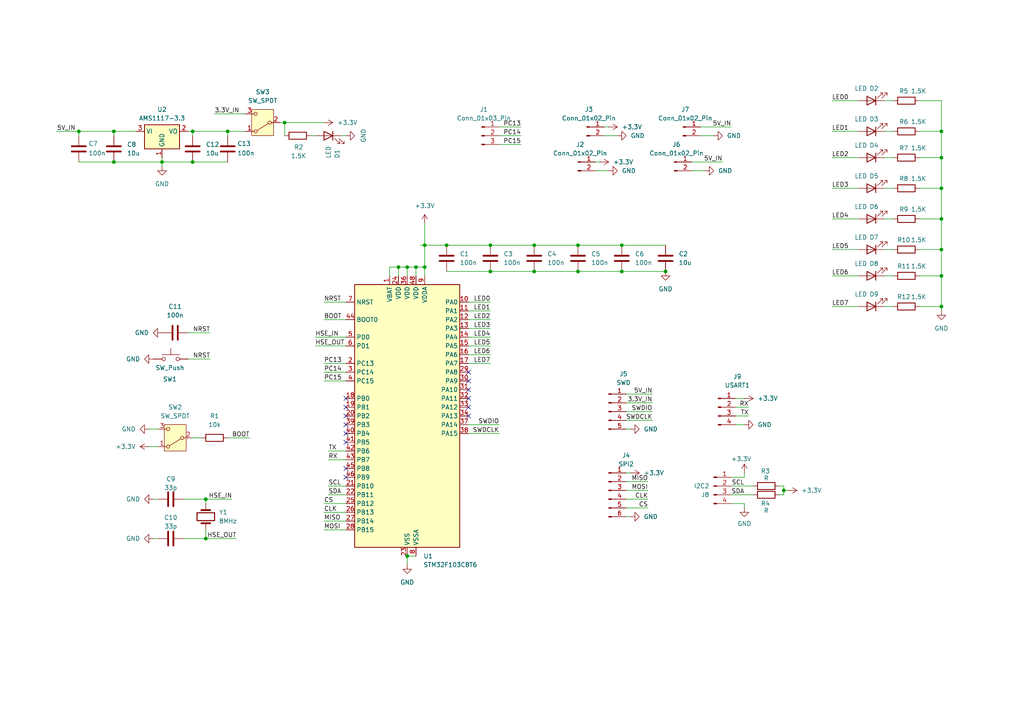
<source format=kicad_sch>
(kicad_sch (version 20250114) (generator "eeschema") (generator_version "9.0")
  (paper "A4")
  (title_block (title "My Board") (date "2026-02-11") (rev "0.1"))
  (lib_symbols
    (symbol "Connector:Conn_01x02_Pin" (pin_names (offset 1.016) (hide yes))
      (property "Reference" "J" (at 0 2.54 0))
      (property "Value" "Conn_01x02_Pin" (at 0 -5.08 0))
      (symbol "Conn_01x02_Pin_1_1"
        (rectangle (start 0.8636 0.127) (end 0 -0.127) (stroke (width 0.1524)) (fill (type outline)))
        (rectangle (start 0.8636 -2.413) (end 0 -2.667) (stroke (width 0.1524)) (fill (type outline)))
        (polyline (pts (xy 1.27 0) (xy 0.8636 0)) (stroke (width 0.1524)))
        (polyline (pts (xy 1.27 -2.54) (xy 0.8636 -2.54)) (stroke (width 0.1524)))
        (pin passive line (at 5.08 0 180) (length 3.81) (name "Pin_1") (number "1"))
        (pin passive line (at 5.08 -2.54 180) (length 3.81) (name "Pin_2") (number "2"))
      )
    )
    (symbol "Connector:Conn_01x03_Pin" (pin_names (offset 1.016) (hide yes))
      (property "Reference" "J" (at 0 5.08 0))
      (property "Value" "Conn_01x03_Pin" (at 0 -5.08 0))
      (symbol "Conn_01x03_Pin_1_1"
        (rectangle (start 0.8636 2.667) (end 0 2.413) (stroke (width 0.1524)) (fill (type outline)))
        (rectangle (start 0.8636 0.127) (end 0 -0.127) (stroke (width 0.1524)) (fill (type outline)))
        (rectangle (start 0.8636 -2.413) (end 0 -2.667) (stroke (width 0.1524)) (fill (type outline)))
        (polyline (pts (xy 1.27 2.54) (xy 0.8636 2.54)) (stroke (width 0.1524)))
        (polyline (pts (xy 1.27 0) (xy 0.8636 0)) (stroke (width 0.1524)))
        (polyline (pts (xy 1.27 -2.54) (xy 0.8636 -2.54)) (stroke (width 0.1524)))
        (pin passive line (at 5.08 2.54 180) (length 3.81) (name "Pin_1") (number "1"))
        (pin passive line (at 5.08 0 180) (length 3.81) (name "Pin_2") (number "2"))
        (pin passive line (at 5.08 -2.54 180) (length 3.81) (name "Pin_3") (number "3"))
      )
    )
    (symbol "Connector:Conn_01x04_Pin" (pin_names (offset 1.016) (hide yes))
      (property "Reference" "J" (at 0 5.08 0))
      (property "Value" "Conn_01x04_Pin" (at 0 -7.62 0))
      (symbol "Conn_01x04_Pin_1_1"
        (rectangle (start 0.8636 2.667) (end 0 2.413) (stroke (width 0.1524)) (fill (type outline)))
        (rectangle (start 0.8636 0.127) (end 0 -0.127) (stroke (width 0.1524)) (fill (type outline)))
        (rectangle (start 0.8636 -2.413) (end 0 -2.667) (stroke (width 0.1524)) (fill (type outline)))
        (rectangle (start 0.8636 -4.953) (end 0 -5.207) (stroke (width 0.1524)) (fill (type outline)))
        (polyline (pts (xy 1.27 2.54) (xy 0.8636 2.54)) (stroke (width 0.1524)))
        (polyline (pts (xy 1.27 0) (xy 0.8636 0)) (stroke (width 0.1524)))
        (polyline (pts (xy 1.27 -2.54) (xy 0.8636 -2.54)) (stroke (width 0.1524)))
        (polyline (pts (xy 1.27 -5.08) (xy 0.8636 -5.08)) (stroke (width 0.1524)))
        (pin passive line (at 5.08 2.54 180) (length 3.81) (name "Pin_1") (number "1"))
        (pin passive line (at 5.08 0 180) (length 3.81) (name "Pin_2") (number "2"))
        (pin passive line (at 5.08 -2.54 180) (length 3.81) (name "Pin_3") (number "3"))
        (pin passive line (at 5.08 -5.08 180) (length 3.81) (name "Pin_4") (number "4"))
      )
    )
    (symbol "Connector:Conn_01x05_Pin" (pin_names (offset 1.016) (hide yes))
      (property "Reference" "J" (at 0 7.62 0))
      (property "Value" "Conn_01x05_Pin" (at 0 -7.62 0))
      (symbol "Conn_01x05_Pin_1_1"
        (rectangle (start 0.8636 5.207) (end 0 4.953) (stroke (width 0.1524)) (fill (type outline)))
        (rectangle (start 0.8636 2.667) (end 0 2.413) (stroke (width 0.1524)) (fill (type outline)))
        (rectangle (start 0.8636 0.127) (end 0 -0.127) (stroke (width 0.1524)) (fill (type outline)))
        (rectangle (start 0.8636 -2.413) (end 0 -2.667) (stroke (width 0.1524)) (fill (type outline)))
        (rectangle (start 0.8636 -4.953) (end 0 -5.207) (stroke (width 0.1524)) (fill (type outline)))
        (polyline (pts (xy 1.27 5.08) (xy 0.8636 5.08)) (stroke (width 0.1524)))
        (polyline (pts (xy 1.27 2.54) (xy 0.8636 2.54)) (stroke (width 0.1524)))
        (polyline (pts (xy 1.27 0) (xy 0.8636 0)) (stroke (width 0.1524)))
        (polyline (pts (xy 1.27 -2.54) (xy 0.8636 -2.54)) (stroke (width 0.1524)))
        (polyline (pts (xy 1.27 -5.08) (xy 0.8636 -5.08)) (stroke (width 0.1524)))
        (pin passive line (at 5.08 5.08 180) (length 3.81) (name "Pin_1") (number "1"))
        (pin passive line (at 5.08 2.54 180) (length 3.81) (name "Pin_2") (number "2"))
        (pin passive line (at 5.08 0 180) (length 3.81) (name "Pin_3") (number "3"))
        (pin passive line (at 5.08 -2.54 180) (length 3.81) (name "Pin_4") (number "4"))
        (pin passive line (at 5.08 -5.08 180) (length 3.81) (name "Pin_5") (number "5"))
      )
    )
    (symbol "Connector:Conn_01x06_Pin" (pin_names (offset 1.016) (hide yes))
      (property "Reference" "J" (at 0 7.62 0))
      (property "Value" "Conn_01x06_Pin" (at 0 -10.16 0))
      (symbol "Conn_01x06_Pin_1_1"
        (rectangle (start 0.8636 5.207) (end 0 4.953) (stroke (width 0.1524)) (fill (type outline)))
        (rectangle (start 0.8636 2.667) (end 0 2.413) (stroke (width 0.1524)) (fill (type outline)))
        (rectangle (start 0.8636 0.127) (end 0 -0.127) (stroke (width 0.1524)) (fill (type outline)))
        (rectangle (start 0.8636 -2.413) (end 0 -2.667) (stroke (width 0.1524)) (fill (type outline)))
        (rectangle (start 0.8636 -4.953) (end 0 -5.207) (stroke (width 0.1524)) (fill (type outline)))
        (rectangle (start 0.8636 -7.493) (end 0 -7.747) (stroke (width 0.1524)) (fill (type outline)))
        (polyline (pts (xy 1.27 5.08) (xy 0.8636 5.08)) (stroke (width 0.1524)))
        (polyline (pts (xy 1.27 2.54) (xy 0.8636 2.54)) (stroke (width 0.1524)))
        (polyline (pts (xy 1.27 0) (xy 0.8636 0)) (stroke (width 0.1524)))
        (polyline (pts (xy 1.27 -2.54) (xy 0.8636 -2.54)) (stroke (width 0.1524)))
        (polyline (pts (xy 1.27 -5.08) (xy 0.8636 -5.08)) (stroke (width 0.1524)))
        (polyline (pts (xy 1.27 -7.62) (xy 0.8636 -7.62)) (stroke (width 0.1524)))
        (pin passive line (at 5.08 5.08 180) (length 3.81) (name "Pin_1") (number "1"))
        (pin passive line (at 5.08 2.54 180) (length 3.81) (name "Pin_2") (number "2"))
        (pin passive line (at 5.08 0 180) (length 3.81) (name "Pin_3") (number "3"))
        (pin passive line (at 5.08 -2.54 180) (length 3.81) (name "Pin_4") (number "4"))
        (pin passive line (at 5.08 -5.08 180) (length 3.81) (name "Pin_5") (number "5"))
        (pin passive line (at 5.08 -7.62 180) (length 3.81) (name "Pin_6") (number "6"))
      )
    )
    (symbol "Device:C" (pin_numbers (hide yes)) (pin_names (offset 0.254))
      (property "Reference" "C" (at 0.635 2.54 0))
      (property "Value" "C" (at 0.635 -2.54 0))
      (symbol "C_0_1"
        (polyline (pts (xy -2.032 0.762) (xy 2.032 0.762)) (stroke (width 0.508)))
        (polyline (pts (xy -2.032 -0.762) (xy 2.032 -0.762)) (stroke (width 0.508)))
      )
      (symbol "C_1_1"
        (pin passive line (at 0 3.81 270) (length 2.794) (name "~") (number "1"))
        (pin passive line (at 0 -3.81 90) (length 2.794) (name "~") (number "2"))
      )
    )
    (symbol "Device:Crystal" (pin_numbers (hide yes)) (pin_names (offset 1.016) (hide yes))
      (property "Reference" "Y" (at 0 3.81 0))
      (property "Value" "Crystal" (at 0 -3.81 0))
      (symbol "Crystal_0_1"
        (polyline (pts (xy -2.54 0) (xy -1.905 0)))
        (polyline (pts (xy -1.905 -1.27) (xy -1.905 1.27)) (stroke (width 0.508)))
        (rectangle (start -1.143 2.54) (end 1.143 -2.54) (stroke (width 0.3048)))
        (polyline (pts (xy 1.905 -1.27) (xy 1.905 1.27)) (stroke (width 0.508)))
        (polyline (pts (xy 2.54 0) (xy 1.905 0)))
      )
      (symbol "Crystal_1_1"
        (pin passive line (at -3.81 0 0) (length 1.27) (name "1") (number "1"))
        (pin passive line (at 3.81 0 180) (length 1.27) (name "2") (number "2"))
      )
    )
    (symbol "Device:LED" (pin_numbers (hide yes)) (pin_names (offset 1.016) (hide yes))
      (property "Reference" "D" (at 0 2.54 0))
      (property "Value" "LED" (at 0 -2.54 0))
      (symbol "LED_0_1"
        (polyline (pts (xy -3.048 -0.762) (xy -4.572 -2.286) (xy -3.81 -2.286) (xy -4.572 -2.286) (xy -4.572 -1.524)))
        (polyline (pts (xy -1.778 -0.762) (xy -3.302 -2.286) (xy -2.54 -2.286) (xy -3.302 -2.286) (xy -3.302 -1.524)))
        (polyline (pts (xy -1.27 0) (xy 1.27 0)))
        (polyline (pts (xy -1.27 -1.27) (xy -1.27 1.27)) (stroke (width 0.254)))
        (polyline (pts (xy 1.27 -1.27) (xy 1.27 1.27) (xy -1.27 0) (xy 1.27 -1.27)) (stroke (width 0.254)))
      )
      (symbol "LED_1_1"
        (pin passive line (at -3.81 0 0) (length 2.54) (name "K") (number "1"))
        (pin passive line (at 3.81 0 180) (length 2.54) (name "A") (number "2"))
      )
    )
    (symbol "Device:R" (pin_numbers (hide yes)) (pin_names (offset 0))
      (property "Reference" "R" (at 2.032 0 90))
      (property "Value" "R" (at 0 0 90))
      (symbol "R_0_1"
        (rectangle (start -1.016 -2.54) (end 1.016 2.54) (stroke (width 0.254)))
      )
      (symbol "R_1_1"
        (pin passive line (at 0 3.81 270) (length 1.27) (name "~") (number "1"))
        (pin passive line (at 0 -3.81 90) (length 1.27) (name "~") (number "2"))
      )
    )
    (symbol "MCU_ST_STM32F1:STM32F103C8Tx"
      (property "Reference" "U" (at -15.24 39.37 0))
      (property "Value" "STM32F103C8Tx" (at 7.62 39.37 0))
      (symbol "STM32F103C8Tx_0_1"
        (rectangle (start -15.24 -38.1) (end 15.24 38.1) (stroke (width 0.254)) (fill (type background)))
      )
      (symbol "STM32F103C8Tx_1_1"
        (pin input line (at -17.78 33.02 0) (length 2.54) (name "NRST") (number "7"))
        (pin input line (at -17.78 27.94 0) (length 2.54) (name "BOOT0") (number "44"))
        (pin bidirectional line (at -17.78 22.86 0) (length 2.54) (name "PD0") (number "5"))
        (pin bidirectional line (at -17.78 20.32 0) (length 2.54) (name "PD1") (number "6"))
        (pin bidirectional line (at -17.78 15.24 0) (length 2.54) (name "PC13") (number "2"))
        (pin bidirectional line (at -17.78 12.7 0) (length 2.54) (name "PC14") (number "3"))
        (pin bidirectional line (at -17.78 10.16 0) (length 2.54) (name "PC15") (number "4"))
        (pin bidirectional line (at -17.78 5.08 0) (length 2.54) (name "PB0") (number "18"))
        (pin bidirectional line (at -17.78 2.54 0) (length 2.54) (name "PB1") (number "19"))
        (pin bidirectional line (at -17.78 0 0) (length 2.54) (name "PB2") (number "20"))
        (pin bidirectional line (at -17.78 -2.54 0) (length 2.54) (name "PB3") (number "39"))
        (pin bidirectional line (at -17.78 -5.08 0) (length 2.54) (name "PB4") (number "40"))
        (pin bidirectional line (at -17.78 -7.62 0) (length 2.54) (name "PB5") (number "41"))
        (pin bidirectional line (at -17.78 -10.16 0) (length 2.54) (name "PB6") (number "42"))
        (pin bidirectional line (at -17.78 -12.7 0) (length 2.54) (name "PB7") (number "43"))
        (pin bidirectional line (at -17.78 -15.24 0) (length 2.54) (name "PB8") (number "45"))
        (pin bidirectional line (at -17.78 -17.78 0) (length 2.54) (name "PB9") (number "46"))
        (pin bidirectional line (at -17.78 -20.32 0) (length 2.54) (name "PB10") (number "21"))
        (pin bidirectional line (at -17.78 -22.86 0) (length 2.54) (name "PB11") (number "22"))
        (pin bidirectional line (at -17.78 -25.4 0) (length 2.54) (name "PB12") (number "25"))
        (pin bidirectional line (at -17.78 -27.94 0) (length 2.54) (name "PB13") (number "26"))
        (pin bidirectional line (at -17.78 -30.48 0) (length 2.54) (name "PB14") (number "27"))
        (pin bidirectional line (at -17.78 -33.02 0) (length 2.54) (name "PB15") (number "28"))
        (pin power_in line (at -5.08 40.64 270) (length 2.54) (name "VBAT") (number "1"))
        (pin power_in line (at -2.54 40.64 270) (length 2.54) (name "VDD") (number "24"))
        (pin power_in line (at 0 40.64 270) (length 2.54) (name "VDD") (number "36"))
        (pin power_in line (at 0 -40.64 90) (length 2.54) (name "VSS") (number "23"))
        (pin passive line (at 0 -40.64 90) (length 2.54) (hide yes) (name "VSS") (number "35"))
        (pin passive line (at 0 -40.64 90) (length 2.54) (hide yes) (name "VSS") (number "47"))
        (pin power_in line (at 2.54 40.64 270) (length 2.54) (name "VDD") (number "48"))
        (pin power_in line (at 2.54 -40.64 90) (length 2.54) (name "VSSA") (number "8"))
        (pin power_in line (at 5.08 40.64 270) (length 2.54) (name "VDDA") (number "9"))
        (pin bidirectional line (at 17.78 33.02 180) (length 2.54) (name "PA0") (number "10"))
        (pin bidirectional line (at 17.78 30.48 180) (length 2.54) (name "PA1") (number "11"))
        (pin bidirectional line (at 17.78 27.94 180) (length 2.54) (name "PA2") (number "12"))
        (pin bidirectional line (at 17.78 25.4 180) (length 2.54) (name "PA3") (number "13"))
        (pin bidirectional line (at 17.78 22.86 180) (length 2.54) (name "PA4") (number "14"))
        (pin bidirectional line (at 17.78 20.32 180) (length 2.54) (name "PA5") (number "15"))
        (pin bidirectional line (at 17.78 17.78 180) (length 2.54) (name "PA6") (number "16"))
        (pin bidirectional line (at 17.78 15.24 180) (length 2.54) (name "PA7") (number "17"))
        (pin bidirectional line (at 17.78 12.7 180) (length 2.54) (name "PA8") (number "29"))
        (pin bidirectional line (at 17.78 10.16 180) (length 2.54) (name "PA9") (number "30"))
        (pin bidirectional line (at 17.78 7.62 180) (length 2.54) (name "PA10") (number "31"))
        (pin bidirectional line (at 17.78 5.08 180) (length 2.54) (name "PA11") (number "32"))
        (pin bidirectional line (at 17.78 2.54 180) (length 2.54) (name "PA12") (number "33"))
        (pin bidirectional line (at 17.78 0 180) (length 2.54) (name "PA13") (number "34"))
        (pin bidirectional line (at 17.78 -2.54 180) (length 2.54) (name "PA14") (number "37"))
        (pin bidirectional line (at 17.78 -5.08 180) (length 2.54) (name "PA15") (number "38"))
      )
    )
    (symbol "Regulator_Linear:AMS1117-3.3"
      (property "Reference" "U" (at -3.81 3.175 0))
      (property "Value" "AMS1117-3.3" (at 0 3.175 0))
      (symbol "AMS1117-3.3_0_1"
        (rectangle (start -5.08 -5.08) (end 5.08 1.905) (stroke (width 0.254)) (fill (type background)))
      )
      (symbol "AMS1117-3.3_1_1"
        (pin power_in line (at -7.62 0 0) (length 2.54) (name "VI") (number "3"))
        (pin power_in line (at 0 -7.62 90) (length 2.54) (name "GND") (number "1"))
        (pin power_out line (at 7.62 0 180) (length 2.54) (name "VO") (number "2"))
      )
    )
    (symbol "Switch:SW_Push" (pin_numbers (hide yes)) (pin_names (offset 1.016) (hide yes))
      (property "Reference" "SW" (at 1.27 2.54 0))
      (property "Value" "SW_Push" (at 0 -1.524 0))
      (symbol "SW_Push_0_1"
        (circle (center -2.032 0) (radius 0.508))
        (polyline (pts (xy 0 1.27) (xy 0 3.048)))
        (circle (center 2.032 0) (radius 0.508))
        (polyline (pts (xy 2.54 1.27) (xy -2.54 1.27)))
        (pin passive line (at -5.08 0 0) (length 2.54) (name "1") (number "1"))
        (pin passive line (at 5.08 0 180) (length 2.54) (name "2") (number "2"))
      )
    )
    (symbol "Switch:SW_SPDT" (pin_names (offset 0) (hide yes))
      (property "Reference" "SW" (at 0 5.08 0))
      (property "Value" "SW_SPDT" (at 0 -5.08 0))
      (symbol "SW_SPDT_0_1"
        (circle (center -2.032 0) (radius 0.4572))
        (polyline (pts (xy -1.651 0.254) (xy 1.651 2.286)))
        (circle (center 2.032 2.54) (radius 0.4572))
        (circle (center 2.032 -2.54) (radius 0.4572))
      )
      (symbol "SW_SPDT_1_1"
        (rectangle (start -3.175 3.81) (end 3.175 -3.81) (fill (type background)))
        (pin passive line (at -5.08 0 0) (length 2.54) (name "B") (number "2"))
        (pin passive line (at 5.08 2.54 180) (length 2.54) (name "A") (number "1"))
        (pin passive line (at 5.08 -2.54 180) (length 2.54) (name "C") (number "3"))
      )
    )
    (symbol "power:+3.3V" (power) (pin_numbers (hide yes)) (pin_names (offset 0) (hide yes))
      (property "Value" "+3.3V" (at 0 3.556 0))
      (symbol "+3.3V_0_1"
        (polyline (pts (xy -0.762 1.27) (xy 0 2.54)))
        (polyline (pts (xy 0 2.54) (xy 0.762 1.27)))
        (polyline (pts (xy 0 0) (xy 0 2.54)))
      )
      (symbol "+3.3V_1_1"
        (pin power_in line (at 0 0 90) (length 0) (name "~") (number "1"))
      )
    )
    (symbol "power:GND" (power) (pin_numbers (hide yes)) (pin_names (offset 0) (hide yes))
      (property "Value" "GND" (at 0 -3.81 0))
      (symbol "GND_0_1"
        (polyline (pts (xy 0 0) (xy 0 -1.27) (xy 1.27 -1.27) (xy 0 -2.54) (xy -1.27 -1.27) (xy 0 -1.27)))
      )
      (symbol "GND_1_1"
        (pin power_in line (at 0 0 270) (length 0) (name "~") (number "1"))
      )
    )
  )
  (junction (at 193.04 78.74))
  (junction (at 273.05 88.9))
  (junction (at 82.55 35.56))
  (junction (at 59.69 144.78))
  (junction (at 154.94 71.12))
  (junction (at 33.02 38.1))
  (junction (at 46.99 46.99))
  (junction (at 120.65 77.47))
  (junction (at 273.05 80.01))
  (junction (at 180.34 78.74))
  (junction (at 180.34 71.12))
  (junction (at 55.88 38.1))
  (junction (at 273.05 45.72))
  (junction (at 118.11 77.47))
  (junction (at 273.05 63.5))
  (junction (at 66.04 38.1))
  (junction (at 142.24 78.74))
  (junction (at 123.19 71.12))
  (junction (at 273.05 38.1))
  (junction (at 167.64 78.74))
  (junction (at 59.69 156.21))
  (junction (at 167.64 71.12))
  (junction (at 227.33 142.24))
  (junction (at 33.02 46.99))
  (junction (at 22.86 38.1))
  (junction (at 129.54 71.12))
  (junction (at 273.05 54.61))
  (junction (at 118.11 161.29))
  (junction (at 123.19 77.47))
  (junction (at 142.24 71.12))
  (junction (at 154.94 78.74))
  (junction (at 273.05 72.39))
  (junction (at 55.88 46.99))
  (junction (at 115.57 77.47))
  (no_connect (at 100.33 125.73))
  (no_connect (at 100.33 115.57))
  (no_connect (at 135.89 107.95))
  (no_connect (at 100.33 128.27))
  (no_connect (at 100.33 123.19))
  (no_connect (at 135.89 115.57))
  (no_connect (at 100.33 120.65))
  (no_connect (at 100.33 118.11))
  (no_connect (at 100.33 135.89))
  (no_connect (at 135.89 113.03))
  (no_connect (at 135.89 118.11))
  (no_connect (at 100.33 138.43))
  (no_connect (at 135.89 120.65))
  (no_connect (at 135.89 110.49))
  (wire (pts (xy 62.23 33.02) (xy 71.12 33.02)))
  (wire (pts (xy 115.57 77.47) (xy 115.57 80.01)))
  (wire (pts (xy 256.54 63.5) (xy 259.08 63.5)))
  (wire (pts (xy 33.02 46.99) (xy 46.99 46.99)))
  (wire (pts (xy 181.61 139.7) (xy 187.96 139.7)))
  (wire (pts (xy 181.61 149.86) (xy 182.88 149.86)))
  (wire (pts (xy 135.89 102.87) (xy 142.24 102.87)))
  (wire (pts (xy 22.86 46.99) (xy 33.02 46.99)))
  (wire (pts (xy 227.33 142.24) (xy 227.33 143.51)))
  (wire (pts (xy 241.3 80.01) (xy 248.92 80.01)))
  (wire (pts (xy 66.04 38.1) (xy 66.04 39.37)))
  (wire (pts (xy 39.37 38.1) (xy 33.02 38.1)))
  (wire (pts (xy 44.45 144.78) (xy 45.72 144.78)))
  (wire (pts (xy 217.17 120.65) (xy 213.36 120.65)))
  (wire (pts (xy 100.33 39.37) (xy 99.06 39.37)))
  (wire (pts (xy 215.9 123.19) (xy 213.36 123.19)))
  (wire (pts (xy 167.64 78.74) (xy 180.34 78.74)))
  (wire (pts (xy 46.99 46.99) (xy 46.99 48.26)))
  (wire (pts (xy 44.45 156.21) (xy 45.72 156.21)))
  (wire (pts (xy 93.98 151.13) (xy 100.33 151.13)))
  (wire (pts (xy 53.34 144.78) (xy 59.69 144.78)))
  (wire (pts (xy 82.55 35.56) (xy 82.55 39.37)))
  (wire (pts (xy 93.98 105.41) (xy 100.33 105.41)))
  (wire (pts (xy 123.19 71.12) (xy 123.19 77.47)))
  (wire (pts (xy 123.19 77.47) (xy 120.65 77.47)))
  (wire (pts (xy 95.25 140.97) (xy 100.33 140.97)))
  (wire (pts (xy 54.61 104.14) (xy 60.96 104.14)))
  (wire (pts (xy 181.61 121.92) (xy 189.23 121.92)))
  (wire (pts (xy 218.44 140.97) (xy 212.09 140.97)))
  (wire (pts (xy 91.44 100.33) (xy 100.33 100.33)))
  (wire (pts (xy 22.86 38.1) (xy 33.02 38.1)))
  (wire (pts (xy 172.72 49.53) (xy 176.53 49.53)))
  (wire (pts (xy 118.11 77.47) (xy 115.57 77.47)))
  (wire (pts (xy 266.7 29.21) (xy 273.05 29.21)))
  (wire (pts (xy 215.9 146.05) (xy 212.09 146.05)))
  (wire (pts (xy 55.88 39.37) (xy 55.88 38.1)))
  (wire (pts (xy 181.61 116.84) (xy 189.23 116.84)))
  (wire (pts (xy 218.44 143.51) (xy 212.09 143.51)))
  (wire (pts (xy 226.06 140.97) (xy 227.33 140.97)))
  (wire (pts (xy 175.26 39.37) (xy 179.07 39.37)))
  (wire (pts (xy 273.05 72.39) (xy 273.05 80.01)))
  (wire (pts (xy 135.89 100.33) (xy 142.24 100.33)))
  (wire (pts (xy 266.7 38.1) (xy 273.05 38.1)))
  (wire (pts (xy 16.51 38.1) (xy 22.86 38.1)))
  (wire (pts (xy 115.57 77.47) (xy 113.03 77.47)))
  (wire (pts (xy 273.05 29.21) (xy 273.05 38.1)))
  (wire (pts (xy 203.2 39.37) (xy 207.01 39.37)))
  (wire (pts (xy 59.69 144.78) (xy 59.69 146.05)))
  (wire (pts (xy 93.98 146.05) (xy 100.33 146.05)))
  (wire (pts (xy 93.98 153.67) (xy 100.33 153.67)))
  (wire (pts (xy 66.04 38.1) (xy 71.12 38.1)))
  (wire (pts (xy 180.34 71.12) (xy 193.04 71.12)))
  (wire (pts (xy 43.18 129.54) (xy 45.72 129.54)))
  (wire (pts (xy 256.54 54.61) (xy 259.08 54.61)))
  (wire (pts (xy 93.98 87.63) (xy 100.33 87.63)))
  (wire (pts (xy 181.61 119.38) (xy 189.23 119.38)))
  (wire (pts (xy 227.33 143.51) (xy 226.06 143.51)))
  (wire (pts (xy 256.54 45.72) (xy 259.08 45.72)))
  (wire (pts (xy 273.05 45.72) (xy 273.05 54.61)))
  (wire (pts (xy 273.05 38.1) (xy 273.05 45.72)))
  (wire (pts (xy 172.72 46.99) (xy 173.99 46.99)))
  (wire (pts (xy 256.54 72.39) (xy 259.08 72.39)))
  (wire (pts (xy 93.98 148.59) (xy 100.33 148.59)))
  (wire (pts (xy 59.69 156.21) (xy 59.69 153.67)))
  (wire (pts (xy 273.05 63.5) (xy 273.05 72.39)))
  (wire (pts (xy 167.64 71.12) (xy 180.34 71.12)))
  (wire (pts (xy 91.44 39.37) (xy 90.17 39.37)))
  (wire (pts (xy 91.44 97.79) (xy 100.33 97.79)))
  (wire (pts (xy 181.61 144.78) (xy 187.96 144.78)))
  (wire (pts (xy 181.61 137.16) (xy 182.88 137.16)))
  (wire (pts (xy 273.05 80.01) (xy 273.05 88.9)))
  (wire (pts (xy 95.25 130.81) (xy 100.33 130.81)))
  (wire (pts (xy 118.11 163.83) (xy 118.11 161.29)))
  (wire (pts (xy 273.05 88.9) (xy 273.05 90.17)))
  (wire (pts (xy 215.9 137.16) (xy 215.9 138.43)))
  (wire (pts (xy 135.89 97.79) (xy 142.24 97.79)))
  (wire (pts (xy 33.02 38.1) (xy 33.02 39.37)))
  (wire (pts (xy 93.98 107.95) (xy 100.33 107.95)))
  (wire (pts (xy 215.9 115.57) (xy 213.36 115.57)))
  (wire (pts (xy 66.04 127) (xy 72.39 127)))
  (wire (pts (xy 181.61 147.32) (xy 187.96 147.32)))
  (wire (pts (xy 118.11 161.29) (xy 120.65 161.29)))
  (wire (pts (xy 144.78 41.91) (xy 151.13 41.91)))
  (wire (pts (xy 135.89 95.25) (xy 142.24 95.25)))
  (wire (pts (xy 95.25 133.35) (xy 100.33 133.35)))
  (wire (pts (xy 256.54 29.21) (xy 259.08 29.21)))
  (wire (pts (xy 43.18 124.46) (xy 45.72 124.46)))
  (wire (pts (xy 22.86 39.37) (xy 22.86 38.1)))
  (wire (pts (xy 181.61 142.24) (xy 187.96 142.24)))
  (wire (pts (xy 200.66 49.53) (xy 204.47 49.53)))
  (wire (pts (xy 241.3 54.61) (xy 248.92 54.61)))
  (wire (pts (xy 227.33 140.97) (xy 227.33 142.24)))
  (wire (pts (xy 113.03 77.47) (xy 113.03 80.01)))
  (wire (pts (xy 123.19 64.77) (xy 123.19 71.12)))
  (wire (pts (xy 55.88 38.1) (xy 66.04 38.1)))
  (wire (pts (xy 55.88 38.1) (xy 54.61 38.1)))
  (wire (pts (xy 118.11 77.47) (xy 118.11 80.01)))
  (wire (pts (xy 59.69 144.78) (xy 67.31 144.78)))
  (wire (pts (xy 46.99 45.72) (xy 46.99 46.99)))
  (wire (pts (xy 121.92 71.12) (xy 123.19 71.12)))
  (wire (pts (xy 241.3 72.39) (xy 248.92 72.39)))
  (wire (pts (xy 142.24 78.74) (xy 154.94 78.74)))
  (wire (pts (xy 123.19 77.47) (xy 123.19 80.01)))
  (wire (pts (xy 181.61 124.46) (xy 182.88 124.46)))
  (wire (pts (xy 181.61 114.3) (xy 189.23 114.3)))
  (wire (pts (xy 241.3 29.21) (xy 248.92 29.21)))
  (wire (pts (xy 241.3 88.9) (xy 248.92 88.9)))
  (wire (pts (xy 93.98 110.49) (xy 100.33 110.49)))
  (wire (pts (xy 215.9 138.43) (xy 212.09 138.43)))
  (wire (pts (xy 120.65 77.47) (xy 118.11 77.47)))
  (wire (pts (xy 144.78 36.83) (xy 151.13 36.83)))
  (wire (pts (xy 266.7 45.72) (xy 273.05 45.72)))
  (wire (pts (xy 256.54 88.9) (xy 259.08 88.9)))
  (wire (pts (xy 135.89 92.71) (xy 142.24 92.71)))
  (wire (pts (xy 228.6 142.24) (xy 227.33 142.24)))
  (wire (pts (xy 123.19 71.12) (xy 129.54 71.12)))
  (wire (pts (xy 135.89 125.73) (xy 144.78 125.73)))
  (wire (pts (xy 266.7 63.5) (xy 273.05 63.5)))
  (wire (pts (xy 215.9 146.05) (xy 215.9 147.32)))
  (wire (pts (xy 55.88 46.99) (xy 66.04 46.99)))
  (wire (pts (xy 154.94 78.74) (xy 167.64 78.74)))
  (wire (pts (xy 129.54 71.12) (xy 142.24 71.12)))
  (wire (pts (xy 241.3 45.72) (xy 248.92 45.72)))
  (wire (pts (xy 82.55 35.56) (xy 93.98 35.56)))
  (wire (pts (xy 142.24 71.12) (xy 154.94 71.12)))
  (wire (pts (xy 54.61 96.52) (xy 60.96 96.52)))
  (wire (pts (xy 129.54 78.74) (xy 142.24 78.74)))
  (wire (pts (xy 256.54 80.01) (xy 259.08 80.01)))
  (wire (pts (xy 266.7 88.9) (xy 273.05 88.9)))
  (wire (pts (xy 217.17 118.11) (xy 213.36 118.11)))
  (wire (pts (xy 241.3 63.5) (xy 248.92 63.5)))
  (wire (pts (xy 135.89 123.19) (xy 144.78 123.19)))
  (wire (pts (xy 154.94 71.12) (xy 167.64 71.12)))
  (wire (pts (xy 241.3 38.1) (xy 248.92 38.1)))
  (wire (pts (xy 203.2 36.83) (xy 212.09 36.83)))
  (wire (pts (xy 266.7 72.39) (xy 273.05 72.39)))
  (wire (pts (xy 135.89 105.41) (xy 142.24 105.41)))
  (wire (pts (xy 81.28 35.56) (xy 82.55 35.56)))
  (wire (pts (xy 120.65 77.47) (xy 120.65 80.01)))
  (wire (pts (xy 273.05 54.61) (xy 273.05 63.5)))
  (wire (pts (xy 59.69 156.21) (xy 68.58 156.21)))
  (wire (pts (xy 53.34 156.21) (xy 59.69 156.21)))
  (wire (pts (xy 46.99 46.99) (xy 55.88 46.99)))
  (wire (pts (xy 135.89 87.63) (xy 142.24 87.63)))
  (wire (pts (xy 200.66 46.99) (xy 209.55 46.99)))
  (wire (pts (xy 144.78 39.37) (xy 151.13 39.37)))
  (wire (pts (xy 180.34 78.74) (xy 193.04 78.74)))
  (wire (pts (xy 95.25 143.51) (xy 100.33 143.51)))
  (wire (pts (xy 93.98 92.71) (xy 100.33 92.71)))
  (wire (pts (xy 135.89 90.17) (xy 142.24 90.17)))
  (wire (pts (xy 266.7 80.01) (xy 273.05 80.01)))
  (wire (pts (xy 256.54 38.1) (xy 259.08 38.1)))
  (wire (pts (xy 266.7 54.61) (xy 273.05 54.61)))
  (wire (pts (xy 175.26 36.83) (xy 176.53 36.83)))
  (wire (pts (xy 55.88 127) (xy 58.42 127)))
  (label "LED7" (at 241.3 88.9 0))
  (label "CS" (at 187.96 147.32 180))
  (label "NRST" (at 60.96 96.52 180))
  (label "LED7" (at 142.24 105.41 180))
  (label "NRST" (at 60.96 104.14 180))
  (label "TX" (at 95.25 130.81 0))
  (label "CLK" (at 93.98 148.59 0))
  (label "RX" (at 217.17 118.11 180))
  (label "3.3V_IN" (at 62.23 33.02 0))
  (label "5V_IN" (at 16.51 38.1 0))
  (label "HSE_OUT" (at 68.58 156.21 180))
  (label "PC15" (at 93.98 110.49 0))
  (label "PC15" (at 151.13 41.91 180))
  (label "SDA" (at 95.25 143.51 0))
  (label "SWDIO" (at 189.23 119.38 180))
  (label "5V_IN" (at 209.55 46.99 180))
  (label "CLK" (at 187.96 144.78 180))
  (label "5V_IN" (at 212.09 36.83 180))
  (label "LED2" (at 142.24 92.71 180))
  (label "HSE_IN" (at 67.31 144.78 180))
  (label "RX" (at 95.25 133.35 0))
  (label "TX" (at 217.17 120.65 180))
  (label "LED2" (at 241.3 45.72 0))
  (label "LED6" (at 241.3 80.01 0))
  (label "SWDCLK" (at 144.78 125.73 180))
  (label "LED4" (at 241.3 63.5 0))
  (label "HSE_IN" (at 91.44 97.79 0))
  (label "MISO" (at 93.98 151.13 0))
  (label "5V_IN" (at 189.23 114.3 180))
  (label "SCL" (at 215.9 140.97 180))
  (label "MISO" (at 187.96 139.7 180))
  (label "PC13" (at 151.13 36.83 180))
  (label "3.3V_IN" (at 189.23 116.84 180))
  (label "LED3" (at 142.24 95.25 180))
  (label "LED5" (at 142.24 100.33 180))
  (label "PC13" (at 93.98 105.41 0))
  (label "BOOT" (at 72.39 127 180))
  (label "PC14" (at 151.13 39.37 180))
  (label "LED0" (at 142.24 87.63 180))
  (label "LED4" (at 142.24 97.79 180))
  (label "PC14" (at 93.98 107.95 0))
  (label "SCL" (at 95.25 140.97 0))
  (label "LED0" (at 241.3 29.21 0))
  (label "LED5" (at 241.3 72.39 0))
  (label "LED1" (at 241.3 38.1 0))
  (label "LED3" (at 241.3 54.61 0))
  (label "SWDCLK" (at 189.23 121.92 180))
  (label "SWDIO" (at 144.78 123.19 180))
  (label "MOSI" (at 93.98 153.67 0))
  (label "LED6" (at 142.24 102.87 180))
  (label "LED1" (at 142.24 90.17 180))
  (label "CS" (at 93.98 146.05 0))
  (label "HSE_OUT" (at 91.44 100.33 0))
  (label "NRST" (at 93.98 87.63 0))
  (label "SDA" (at 215.9 143.51 180))
  (label "MOSI" (at 187.96 142.24 180))
  (label "BOOT" (at 93.98 92.71 0))
  (symbol (lib_id "power:+3.3V") (at 215.9 137.16 0) (mirror y) (unit 1)
    (property "Reference" "#PWR017" (effects (hide yes)))
    (property "Value" "+3.3V" (at 217.932 133.096 0) (effects (justify left)))
    (property "Description" "Power symbol creates a global label with name \"+3.3V\"" (effects (hide yes)))
  )
  (symbol (lib_id "Connector:Conn_01x02_Pin") (at 170.18 36.83 0) (unit 1)
    (property "Reference" "J3" (at 170.815 31.75 0))
    (property "Value" "Conn_01x02_Pin" (at 170.815 34.29 0))
    (property "Description" "Generic connector, single row, 01x02, script generated" (effects (hide yes)))
  )
  (symbol (lib_id "Device:LED") (at 252.73 63.5 180) (unit 1)
    (property "Reference" "D6" (at 253.492 59.944 0))
    (property "Value" "LED" (at 249.682 59.944 0))
    (property "Description" "Light emitting diode" (effects (hide yes)))
    (property "Sim.Pins" "1=K 2=A" (effects (hide yes)))
  )
  (symbol (lib_id "Device:R") (at 262.89 63.5 90) (unit 1)
    (property "Reference" "R9" (at 262.128 60.706 90))
    (property "Value" "1.5K" (at 266.446 60.706 90))
    (property "Description" "Resistor" (effects (hide yes)))
  )
  (symbol (lib_id "power:GND") (at 43.18 124.46 270) (unit 1)
    (property "Reference" "#PWR07" (effects (hide yes)))
    (property "Value" "GND" (at 39.37 124.4599 90) (effects (justify right)))
    (property "Description" "Power symbol creates a global label with name \"GND\" , ground" (effects (hide yes)))
  )
  (symbol (lib_id "Connector:Conn_01x06_Pin") (at 176.53 142.24 0) (unit 1)
    (property "Reference" "J4" (at 181.61 132.08 0))
    (property "Value" "SPI2" (at 181.61 134.62 0))
    (property "Description" "Generic connector, single row, 01x06, script generated" (effects (hide yes)))
  )
  (symbol (lib_id "Device:C") (at 55.88 43.18 0) (unit 1)
    (property "Reference" "C12" (at 59.69 41.9099 0) (effects (justify left)))
    (property "Value" "10u" (at 59.69 44.4499 0) (effects (justify left)))
    (property "Description" "Unpolarized capacitor" (effects (hide yes)))
  )
  (symbol (lib_id "power:GND") (at 273.05 90.17 0) (unit 1)
    (property "Reference" "#PWR019" (effects (hide yes)))
    (property "Value" "GND" (at 273.05 95.25 0))
    (property "Description" "Power symbol creates a global label with name \"GND\" , ground" (effects (hide yes)))
  )
  (symbol (lib_id "Regulator_Linear:AMS1117-3.3") (at 46.99 38.1 0) (unit 1)
    (property "Reference" "U2" (at 46.99 31.75 0))
    (property "Value" "AMS1117-3.3" (at 46.99 34.29 0))
    (property "Footprint" "Package_TO_SOT_SMD:SOT-223-3_TabPin2" (effects (hide yes)))
    (property "Datasheet" "http://www.advanced-monolithic.com/pdf/ds1117.pdf" (effects (hide yes)))
    (property "Description" "1A Low Dropout regulator, positive, 3.3V fixed output, SOT-223" (effects (hide yes)))
  )
  (symbol (lib_id "power:+3.3V") (at 215.9 115.57 270) (mirror x) (unit 1)
    (property "Reference" "#PWR016" (effects (hide yes)))
    (property "Value" "+3.3V" (at 219.71 115.5699 90) (effects (justify left)))
    (property "Description" "Power symbol creates a global label with name \"+3.3V\"" (effects (hide yes)))
  )
  (symbol (lib_id "power:GND") (at 193.04 78.74 0) (unit 1)
    (property "Reference" "#PWR02" (effects (hide yes)))
    (property "Value" "GND" (at 193.04 83.82 0))
    (property "Description" "Power symbol creates a global label with name \"GND\" , ground" (effects (hide yes)))
  )
  (symbol (lib_id "Device:R") (at 262.89 45.72 90) (unit 1)
    (property "Reference" "R7" (at 262.128 42.926 90))
    (property "Value" "1.5K" (at 266.446 42.926 90))
    (property "Description" "Resistor" (effects (hide yes)))
  )
  (symbol (lib_id "Device:R") (at 262.89 54.61 90) (unit 1)
    (property "Reference" "R8" (at 262.128 51.816 90))
    (property "Value" "1.5K" (at 266.446 51.816 90))
    (property "Description" "Resistor" (effects (hide yes)))
  )
  (symbol (lib_id "Device:R") (at 262.89 38.1 90) (unit 1)
    (property "Reference" "R6" (at 262.128 35.306 90))
    (property "Value" "1.5K" (at 266.446 35.306 90))
    (property "Description" "Resistor" (effects (hide yes)))
  )
  (symbol (lib_id "Device:R") (at 262.89 29.21 90) (unit 1)
    (property "Reference" "R5" (at 262.128 26.416 90))
    (property "Value" "1.5K" (at 266.446 26.416 90))
    (property "Description" "Resistor" (effects (hide yes)))
  )
  (symbol (lib_id "power:GND") (at 46.99 96.52 270) (unit 1)
    (property "Reference" "#PWR09" (effects (hide yes)))
    (property "Value" "GND" (at 43.18 96.5199 90) (effects (justify right)))
    (property "Description" "Power symbol creates a global label with name \"GND\" , ground" (effects (hide yes)))
  )
  (symbol (lib_id "Device:R") (at 262.89 72.39 90) (unit 1)
    (property "Reference" "R10" (at 262.128 69.596 90))
    (property "Value" "1.5K" (at 266.446 69.596 90))
    (property "Description" "Resistor" (effects (hide yes)))
  )
  (symbol (lib_id "power:+3.3V") (at 228.6 142.24 270) (mirror x) (unit 1)
    (property "Reference" "#PWR018" (effects (hide yes)))
    (property "Value" "+3.3V" (at 232.41 142.2399 90) (effects (justify left)))
    (property "Description" "Power symbol creates a global label with name \"+3.3V\"" (effects (hide yes)))
  )
  (symbol (lib_id "Device:LED") (at 252.73 72.39 180) (unit 1)
    (property "Reference" "D7" (at 253.492 68.834 0))
    (property "Value" "LED" (at 249.682 68.834 0))
    (property "Description" "Light emitting diode" (effects (hide yes)))
    (property "Sim.Pins" "1=K 2=A" (effects (hide yes)))
  )
  (symbol (lib_id "Device:LED") (at 252.73 38.1 180) (unit 1)
    (property "Reference" "D3" (at 253.492 34.544 0))
    (property "Value" "LED" (at 249.682 34.544 0))
    (property "Description" "Light emitting diode" (effects (hide yes)))
    (property "Sim.Pins" "1=K 2=A" (effects (hide yes)))
  )
  (symbol (lib_id "Device:LED") (at 252.73 80.01 180) (unit 1)
    (property "Reference" "D8" (at 253.492 76.454 0))
    (property "Value" "LED" (at 249.682 76.454 0))
    (property "Description" "Light emitting diode" (effects (hide yes)))
    (property "Sim.Pins" "1=K 2=A" (effects (hide yes)))
  )
  (symbol (lib_id "power:GND") (at 204.47 49.53 90) (unit 1)
    (property "Reference" "#PWR028" (effects (hide yes)))
    (property "Value" "GND" (at 208.28 49.5299 90) (effects (justify right)))
    (property "Description" "Power symbol creates a global label with name \"GND\" , ground" (effects (hide yes)))
  )
  (symbol (lib_id "Connector:Conn_01x02_Pin") (at 198.12 36.83 0) (unit 1)
    (property "Reference" "J7" (at 198.755 31.75 0))
    (property "Value" "Conn_01x02_Pin" (at 198.755 34.29 0))
    (property "Description" "Generic connector, single row, 01x02, script generated" (effects (hide yes)))
  )
  (symbol (lib_id "power:GND") (at 44.45 156.21 270) (unit 1)
    (property "Reference" "#PWR06" (effects (hide yes)))
    (property "Value" "GND" (at 40.64 156.2099 90) (effects (justify right)))
    (property "Description" "Power symbol creates a global label with name \"GND\" , ground" (effects (hide yes)))
  )
  (symbol (lib_id "power:+3.3V") (at 93.98 35.56 270) (unit 1)
    (property "Reference" "#PWR011" (effects (hide yes)))
    (property "Value" "+3.3V" (at 97.79 35.5599 90) (effects (justify left)))
    (property "Description" "Power symbol creates a global label with name \"+3.3V\"" (effects (hide yes)))
  )
  (symbol (lib_id "Device:LED") (at 252.73 45.72 180) (unit 1)
    (property "Reference" "D4" (at 253.492 42.164 0))
    (property "Value" "LED" (at 249.682 42.164 0))
    (property "Description" "Light emitting diode" (effects (hide yes)))
    (property "Sim.Pins" "1=K 2=A" (effects (hide yes)))
  )
  (symbol (lib_id "Device:C") (at 193.04 74.93 0) (unit 1)
    (property "Reference" "C2" (at 196.85 73.6599 0) (effects (justify left)))
    (property "Value" "10u" (at 196.85 76.1999 0) (effects (justify left)))
    (property "Description" "Unpolarized capacitor" (effects (hide yes)))
  )
  (symbol (lib_id "power:GND") (at 182.88 124.46 90) (unit 1)
    (property "Reference" "#PWR03" (effects (hide yes)))
    (property "Value" "GND" (at 186.69 124.4599 90) (effects (justify right)))
    (property "Description" "Power symbol creates a global label with name \"GND\" , ground" (effects (hide yes)))
  )
  (symbol (lib_id "Device:R") (at 262.89 80.01 90) (unit 1)
    (property "Reference" "R11" (at 262.128 77.216 90))
    (property "Value" "1.5K" (at 266.446 77.216 90))
    (property "Description" "Resistor" (effects (hide yes)))
  )
  (symbol (lib_id "Device:R") (at 262.89 88.9 90) (unit 1)
    (property "Reference" "R12" (at 262.128 86.106 90))
    (property "Value" "1.5K" (at 266.446 86.106 90))
    (property "Description" "Resistor" (effects (hide yes)))
  )
  (symbol (lib_id "power:+3.3V") (at 182.88 137.16 270) (unit 1)
    (property "Reference" "#PWR021" (effects (hide yes)))
    (property "Value" "+3.3V" (at 186.69 137.1599 90) (effects (justify left)))
    (property "Description" "Power symbol creates a global label with name \"+3.3V\"" (effects (hide yes)))
  )
  (symbol (lib_id "Device:C") (at 180.34 74.93 0) (unit 1)
    (property "Reference" "C6" (at 184.15 73.6599 0) (effects (justify left)))
    (property "Value" "100n" (at 184.15 76.1999 0) (effects (justify left)))
    (property "Description" "Unpolarized capacitor" (effects (hide yes)))
  )
  (symbol (lib_id "Device:R") (at 222.25 143.51 270) (mirror x) (unit 1)
    (property "Reference" "R4" (at 221.996 146.05 90))
    (property "Value" "R" (at 222.25 148.082 90))
    (property "Description" "Resistor" (effects (hide yes)))
  )
  (symbol (lib_id "Switch:SW_SPDT") (at 76.2 35.56 180) (unit 1)
    (property "Reference" "SW3" (at 76.2 26.67 0))
    (property "Value" "SW_SPDT" (at 76.2 29.21 0))
    (property "Description" "Switch, single pole double throw" (effects (hide yes)))
  )
  (symbol (lib_id "Switch:SW_Push") (at 49.53 104.14 0) (unit 1)
    (property "Reference" "SW1" (at 49.276 109.982 0))
    (property "Value" "SW_Push" (at 49.276 106.68 0))
    (property "Description" "Push button switch, generic, two pins" (effects (hide yes)))
  )
  (symbol (lib_id "Device:C") (at 167.64 74.93 0) (unit 1)
    (property "Reference" "C5" (at 171.45 73.6599 0) (effects (justify left)))
    (property "Value" "100n" (at 171.45 76.1999 0) (effects (justify left)))
    (property "Description" "Unpolarized capacitor" (effects (hide yes)))
  )
  (symbol (lib_id "Connector:Conn_01x04_Pin") (at 208.28 118.11 0) (unit 1)
    (property "Reference" "J9" (at 213.868 109.22 0))
    (property "Value" "USART1" (at 213.868 111.76 0))
    (property "Description" "Generic connector, single row, 01x04, script generated" (effects (hide yes)))
  )
  (symbol (lib_id "power:GND") (at 46.99 48.26 0) (unit 1)
    (property "Reference" "#PWR010" (effects (hide yes)))
    (property "Value" "GND" (at 46.99 53.34 0))
    (property "Description" "Power symbol creates a global label with name \"GND\" , ground" (effects (hide yes)))
  )
  (symbol (lib_id "Device:C") (at 142.24 74.93 0) (unit 1)
    (property "Reference" "C3" (at 146.05 73.6599 0) (effects (justify left)))
    (property "Value" "100n" (at 146.05 76.1999 0) (effects (justify left)))
    (property "Description" "Unpolarized capacitor" (effects (hide yes)))
  )
  (symbol (lib_id "Connector:Conn_01x05_Pin") (at 176.53 119.38 0) (unit 1)
    (property "Reference" "J5" (at 180.848 108.458 0))
    (property "Value" "SWD" (at 180.848 110.998 0))
    (property "Description" "Generic connector, single row, 01x05, script generated" (effects (hide yes)))
  )
  (symbol (lib_id "MCU_ST_STM32F1:STM32F103C8Tx") (at 118.11 120.65 0) (unit 1)
    (property "Reference" "U1" (at 122.7933 161.29 0) (effects (justify left)))
    (property "Value" "STM32F103C8T6" (at 122.7933 163.83 0) (effects (justify left)))
    (property "Footprint" "Package_QFP:LQFP-48_7x7mm_P0.5mm" (effects (hide yes)))
    (property "Datasheet" "https://www.st.com/resource/en/datasheet/stm32f103c8.pdf" (effects (hide yes)))
    (property "Description" "STMicroelectronics Arm Cortex-M3 MCU, 64KB flash, 20KB RAM, 72 MHz, 2.0-3.6V, 37 GPIO, LQFP48" (effects (hide yes)))
  )
  (symbol (lib_id "Device:C") (at 154.94 74.93 0) (unit 1)
    (property "Reference" "C4" (at 158.75 73.6599 0) (effects (justify left)))
    (property "Value" "100n" (at 158.75 76.1999 0) (effects (justify left)))
    (property "Description" "Unpolarized capacitor" (effects (hide yes)))
  )
  (symbol (lib_id "power:GND") (at 215.9 147.32 0) (mirror y) (unit 1)
    (property "Reference" "#PWR014" (effects (hide yes)))
    (property "Value" "GND" (at 215.9 151.892 0))
    (property "Description" "Power symbol creates a global label with name \"GND\" , ground" (effects (hide yes)))
  )
  (symbol (lib_id "power:GND") (at 100.33 39.37 90) (mirror x) (unit 1)
    (property "Reference" "#PWR012" (effects (hide yes)))
    (property "Value" "GND" (at 105.41 39.37 0))
    (property "Description" "Power symbol creates a global label with name \"GND\" , ground" (effects (hide yes)))
  )
  (symbol (lib_id "power:GND") (at 207.01 39.37 90) (unit 1)
    (property "Reference" "#PWR029" (effects (hide yes)))
    (property "Value" "GND" (at 210.82 39.3699 90) (effects (justify right)))
    (property "Description" "Power symbol creates a global label with name \"GND\" , ground" (effects (hide yes)))
  )
  (symbol (lib_id "power:GND") (at 176.53 49.53 90) (unit 1)
    (property "Reference" "#PWR025" (effects (hide yes)))
    (property "Value" "GND" (at 180.34 49.5299 90) (effects (justify right)))
    (property "Description" "Power symbol creates a global label with name \"GND\" , ground" (effects (hide yes)))
  )
  (symbol (lib_id "Device:C") (at 49.53 156.21 90) (unit 1)
    (property "Reference" "C10" (at 49.53 150.114 90))
    (property "Value" "33p" (at 49.53 152.654 90))
    (property "Description" "Unpolarized capacitor" (effects (hide yes)))
  )
  (symbol (lib_id "Device:C") (at 129.54 74.93 0) (unit 1)
    (property "Reference" "C1" (at 133.35 73.6599 0) (effects (justify left)))
    (property "Value" "100n" (at 133.35 76.1999 0) (effects (justify left)))
    (property "Description" "Unpolarized capacitor" (effects (hide yes)))
  )
  (symbol (lib_id "Device:C") (at 22.86 43.18 0) (unit 1)
    (property "Reference" "C7" (at 25.654 41.656 0) (effects (justify left)))
    (property "Value" "100n" (at 25.654 44.45 0) (effects (justify left)))
    (property "Description" "Unpolarized capacitor" (effects (hide yes)))
  )
  (symbol (lib_id "power:GND") (at 215.9 123.19 90) (mirror x) (unit 1)
    (property "Reference" "#PWR015" (effects (hide yes)))
    (property "Value" "GND" (at 219.71 123.1899 90) (effects (justify right)))
    (property "Description" "Power symbol creates a global label with name \"GND\" , ground" (effects (hide yes)))
  )
  (symbol (lib_id "Connector:Conn_01x02_Pin") (at 167.64 46.99 0) (unit 1)
    (property "Reference" "J2" (at 168.275 41.91 0))
    (property "Value" "Conn_01x02_Pin" (at 168.275 44.45 0))
    (property "Description" "Generic connector, single row, 01x02, script generated" (effects (hide yes)))
  )
  (symbol (lib_id "Device:R") (at 222.25 140.97 270) (mirror x) (unit 1)
    (property "Reference" "R3" (at 221.996 136.652 90))
    (property "Value" "R" (at 222.25 138.684 90))
    (property "Description" "Resistor" (effects (hide yes)))
  )
  (symbol (lib_id "power:+3.3V") (at 123.19 64.77 0) (unit 1)
    (property "Reference" "#PWR01" (effects (hide yes)))
    (property "Value" "+3.3V" (at 123.19 59.69 0))
    (property "Description" "Power symbol creates a global label with name \"+3.3V\"" (effects (hide yes)))
  )
  (symbol (lib_id "Device:R") (at 86.36 39.37 270) (mirror x) (unit 1)
    (property "Reference" "R2" (at 86.614 42.672 90))
    (property "Value" "1.5K" (at 86.614 45.212 90))
    (property "Description" "Resistor" (effects (hide yes)))
  )
  (symbol (lib_id "Device:R") (at 62.23 127 90) (unit 1)
    (property "Reference" "R1" (at 62.23 120.65 90))
    (property "Value" "10k" (at 62.23 123.19 90))
    (property "Description" "Resistor" (effects (hide yes)))
  )
  (symbol (lib_id "power:GND") (at 179.07 39.37 90) (unit 1)
    (property "Reference" "#PWR022" (effects (hide yes)))
    (property "Value" "GND" (at 182.88 39.3699 90) (effects (justify right)))
    (property "Description" "Power symbol creates a global label with name \"GND\" , ground" (effects (hide yes)))
  )
  (symbol (lib_id "power:GND") (at 44.45 144.78 270) (unit 1)
    (property "Reference" "#PWR05" (effects (hide yes)))
    (property "Value" "GND" (at 40.64 144.7799 90) (effects (justify right)))
    (property "Description" "Power symbol creates a global label with name \"GND\" , ground" (effects (hide yes)))
  )
  (symbol (lib_id "Device:C") (at 50.8 96.52 90) (unit 1)
    (property "Reference" "C11" (at 50.8 88.9 90))
    (property "Value" "100n" (at 50.8 91.44 90))
    (property "Description" "Unpolarized capacitor" (effects (hide yes)))
  )
  (symbol (lib_id "power:GND") (at 182.88 149.86 90) (unit 1)
    (property "Reference" "#PWR020" (effects (hide yes)))
    (property "Value" "GND" (at 186.69 149.8599 90) (effects (justify right)))
    (property "Description" "Power symbol creates a global label with name \"GND\" , ground" (effects (hide yes)))
  )
  (symbol (lib_id "power:+3.3V") (at 43.18 129.54 90) (unit 1)
    (property "Reference" "#PWR08" (effects (hide yes)))
    (property "Value" "+3.3V" (at 39.37 129.5399 90) (effects (justify left)))
    (property "Description" "Power symbol creates a global label with name \"+3.3V\"" (effects (hide yes)))
  )
  (symbol (lib_id "power:GND") (at 118.11 163.83 0) (unit 1)
    (property "Reference" "#PWR04" (effects (hide yes)))
    (property "Value" "GND" (at 118.11 168.91 0))
    (property "Description" "Power symbol creates a global label with name \"GND\" , ground" (effects (hide yes)))
  )
  (symbol (lib_id "power:GND") (at 44.45 104.14 270) (unit 1)
    (property "Reference" "#PWR013" (effects (hide yes)))
    (property "Value" "GND" (at 40.64 104.1399 90) (effects (justify right)))
    (property "Description" "Power symbol creates a global label with name \"GND\" , ground" (effects (hide yes)))
  )
  (symbol (lib_id "Device:C") (at 66.04 43.18 0) (unit 1)
    (property "Reference" "C13" (at 68.834 41.656 0) (effects (justify left)))
    (property "Value" "100n" (at 68.834 44.45 0) (effects (justify left)))
    (property "Description" "Unpolarized capacitor" (effects (hide yes)))
  )
  (symbol (lib_id "Device:C") (at 49.53 144.78 90) (unit 1)
    (property "Reference" "C9" (at 49.53 138.938 90))
    (property "Value" "33p" (at 49.53 141.478 90))
    (property "Description" "Unpolarized capacitor" (effects (hide yes)))
  )
  (symbol (lib_id "Device:LED") (at 252.73 54.61 180) (unit 1)
    (property "Reference" "D5" (at 253.492 51.054 0))
    (property "Value" "LED" (at 249.682 51.054 0))
    (property "Description" "Light emitting diode" (effects (hide yes)))
    (property "Sim.Pins" "1=K 2=A" (effects (hide yes)))
  )
  (symbol (lib_id "Device:LED") (at 252.73 88.9 180) (unit 1)
    (property "Reference" "D9" (at 253.492 85.344 0))
    (property "Value" "LED" (at 249.682 85.344 0))
    (property "Description" "Light emitting diode" (effects (hide yes)))
    (property "Sim.Pins" "1=K 2=A" (effects (hide yes)))
  )
  (symbol (lib_id "Connector:Conn_01x02_Pin") (at 195.58 46.99 0) (unit 1)
    (property "Reference" "J6" (at 196.215 41.91 0))
    (property "Value" "Conn_01x02_Pin" (at 196.215 44.45 0))
    (property "Description" "Generic connector, single row, 01x02, script generated" (effects (hide yes)))
  )
  (symbol (lib_id "Device:Crystal") (at 59.69 149.86 90) (unit 1)
    (property "Reference" "Y1" (at 63.5 148.5899 90) (effects (justify right)))
    (property "Value" "8MHz" (at 63.5 151.1299 90) (effects (justify right)))
    (property "Description" "Two pin crystal" (effects (hide yes)))
  )
  (symbol (lib_id "power:+3.3V") (at 173.99 46.99 270) (unit 1)
    (property "Reference" "#PWR024" (effects (hide yes)))
    (property "Value" "+3.3V" (at 177.8 46.9899 90) (effects (justify left)))
    (property "Description" "Power symbol creates a global label with name \"+3.3V\"" (effects (hide yes)))
  )
  (symbol (lib_id "Connector:Conn_01x03_Pin") (at 139.7 39.37 0) (unit 1)
    (property "Reference" "J1" (at 140.335 31.75 0))
    (property "Value" "Conn_01x03_Pin" (at 140.335 34.29 0))
    (property "Description" "Generic connector, single row, 01x03, script generated" (effects (hide yes)))
  )
  (symbol (lib_id "Device:C") (at 33.02 43.18 0) (unit 1)
    (property "Reference" "C8" (at 36.83 41.9099 0) (effects (justify left)))
    (property "Value" "10u" (at 36.83 44.4499 0) (effects (justify left)))
    (property "Description" "Unpolarized capacitor" (effects (hide yes)))
  )
  (symbol (lib_id "Switch:SW_SPDT") (at 50.8 127 180) (unit 1)
    (property "Reference" "SW2" (at 50.8 118.11 0))
    (property "Value" "SW_SPDT" (at 50.8 120.65 0))
    (property "Description" "Switch, single pole double throw" (effects (hide yes)))
  )
  (symbol (lib_id "Connector:Conn_01x04_Pin") (at 207.01 140.97 0) (unit 1)
    (property "Reference" "J8" (at 205.74 143.5101 0) (effects (justify right)))
    (property "Value" "I2C2" (at 205.74 140.9701 0) (effects (justify right)))
    (property "Description" "Generic connector, single row, 01x04, script generated" (effects (hide yes)))
  )
  (symbol (lib_id "Device:LED") (at 95.25 39.37 0) (mirror y) (unit 1)
    (property "Reference" "D1" (at 97.79 45.974 90) (effects (justify left)))
    (property "Value" "LED" (at 95.25 45.974 90) (effects (justify left)))
    (property "Description" "Light emitting diode" (effects (hide yes)))
    (property "Sim.Pins" "1=K 2=A" (effects (hide yes)))
  )
  (symbol (lib_id "power:+3.3V") (at 176.53 36.83 270) (unit 1)
    (property "Reference" "#PWR023" (effects (hide yes)))
    (property "Value" "+3.3V" (at 180.34 36.8299 90) (effects (justify left)))
    (property "Description" "Power symbol creates a global label with name \"+3.3V\"" (effects (hide yes)))
  )
  (symbol (lib_id "Device:LED") (at 252.73 29.21 180) (unit 1)
    (property "Reference" "D2" (at 253.492 25.654 0))
    (property "Value" "LED" (at 249.682 25.654 0))
    (property "Description" "Light emitting diode" (effects (hide yes)))
    (property "Sim.Pins" "1=K 2=A" (effects (hide yes)))
  )
)
</source>
